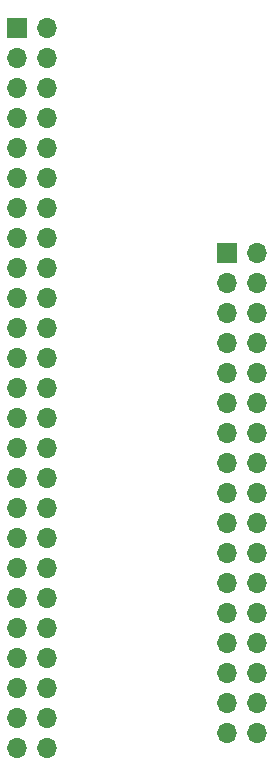
<source format=gbr>
%TF.GenerationSoftware,KiCad,Pcbnew,7.0.7-7.0.7~ubuntu22.04.1*%
%TF.CreationDate,2023-09-04T23:59:45-04:00*%
%TF.ProjectId,fd50to34,66643530-746f-4333-942e-6b696361645f,rev?*%
%TF.SameCoordinates,Original*%
%TF.FileFunction,Soldermask,Top*%
%TF.FilePolarity,Negative*%
%FSLAX46Y46*%
G04 Gerber Fmt 4.6, Leading zero omitted, Abs format (unit mm)*
G04 Created by KiCad (PCBNEW 7.0.7-7.0.7~ubuntu22.04.1) date 2023-09-04 23:59:45*
%MOMM*%
%LPD*%
G01*
G04 APERTURE LIST*
%ADD10R,1.700000X1.700000*%
%ADD11O,1.700000X1.700000*%
G04 APERTURE END LIST*
D10*
%TO.C,J2*%
X17780000Y-19050000D03*
D11*
X20320000Y-19050000D03*
X17780000Y-21590000D03*
X20320000Y-21590000D03*
X17780000Y-24130000D03*
X20320000Y-24130000D03*
X17780000Y-26670000D03*
X20320000Y-26670000D03*
X17780000Y-29210000D03*
X20320000Y-29210000D03*
X17780000Y-31750000D03*
X20320000Y-31750000D03*
X17780000Y-34290000D03*
X20320000Y-34290000D03*
X17780000Y-36830000D03*
X20320000Y-36830000D03*
X17780000Y-39370000D03*
X20320000Y-39370000D03*
X17780000Y-41910000D03*
X20320000Y-41910000D03*
X17780000Y-44450000D03*
X20320000Y-44450000D03*
X17780000Y-46990000D03*
X20320000Y-46990000D03*
X17780000Y-49530000D03*
X20320000Y-49530000D03*
X17780000Y-52070000D03*
X20320000Y-52070000D03*
X17780000Y-54610000D03*
X20320000Y-54610000D03*
X17780000Y-57150000D03*
X20320000Y-57150000D03*
X17780000Y-59690000D03*
X20320000Y-59690000D03*
%TD*%
D10*
%TO.C,J1*%
X0Y0D03*
D11*
X2540000Y0D03*
X0Y-2540000D03*
X2540000Y-2540000D03*
X0Y-5080000D03*
X2540000Y-5080000D03*
X0Y-7620000D03*
X2540000Y-7620000D03*
X0Y-10160000D03*
X2540000Y-10160000D03*
X0Y-12700000D03*
X2540000Y-12700000D03*
X0Y-15240000D03*
X2540000Y-15240000D03*
X0Y-17780000D03*
X2540000Y-17780000D03*
X0Y-20320000D03*
X2540000Y-20320000D03*
X0Y-22860000D03*
X2540000Y-22860000D03*
X0Y-25400000D03*
X2540000Y-25400000D03*
X0Y-27940000D03*
X2540000Y-27940000D03*
X0Y-30480000D03*
X2540000Y-30480000D03*
X0Y-33020000D03*
X2540000Y-33020000D03*
X0Y-35560000D03*
X2540000Y-35560000D03*
X0Y-38100000D03*
X2540000Y-38100000D03*
X0Y-40640000D03*
X2540000Y-40640000D03*
X0Y-43180000D03*
X2540000Y-43180000D03*
X0Y-45720000D03*
X2540000Y-45720000D03*
X0Y-48260000D03*
X2540000Y-48260000D03*
X0Y-50800000D03*
X2540000Y-50800000D03*
X0Y-53340000D03*
X2540000Y-53340000D03*
X0Y-55880000D03*
X2540000Y-55880000D03*
X0Y-58420000D03*
X2540000Y-58420000D03*
X0Y-60960000D03*
X2540000Y-60960000D03*
%TD*%
M02*

</source>
